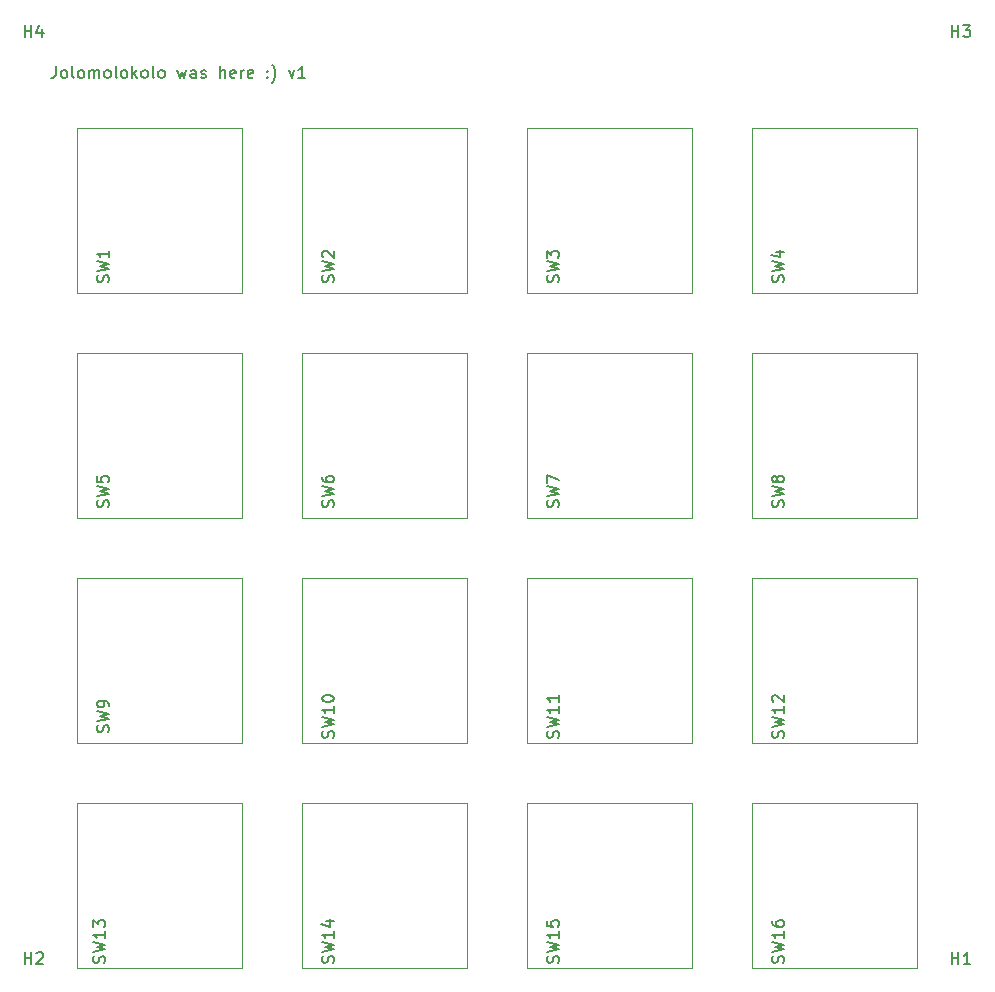
<source format=gbr>
%TF.GenerationSoftware,KiCad,Pcbnew,9.0.2*%
%TF.CreationDate,2025-06-30T11:30:22+02:00*%
%TF.ProjectId,HackPad,4861636b-5061-4642-9e6b-696361645f70,rev?*%
%TF.SameCoordinates,Original*%
%TF.FileFunction,Legend,Top*%
%TF.FilePolarity,Positive*%
%FSLAX46Y46*%
G04 Gerber Fmt 4.6, Leading zero omitted, Abs format (unit mm)*
G04 Created by KiCad (PCBNEW 9.0.2) date 2025-06-30 11:30:22*
%MOMM*%
%LPD*%
G01*
G04 APERTURE LIST*
%ADD10C,0.150000*%
%ADD11C,0.120000*%
G04 APERTURE END LIST*
D10*
X29322493Y-18769819D02*
X29322493Y-19484104D01*
X29322493Y-19484104D02*
X29274874Y-19626961D01*
X29274874Y-19626961D02*
X29179636Y-19722200D01*
X29179636Y-19722200D02*
X29036779Y-19769819D01*
X29036779Y-19769819D02*
X28941541Y-19769819D01*
X29941541Y-19769819D02*
X29846303Y-19722200D01*
X29846303Y-19722200D02*
X29798684Y-19674580D01*
X29798684Y-19674580D02*
X29751065Y-19579342D01*
X29751065Y-19579342D02*
X29751065Y-19293628D01*
X29751065Y-19293628D02*
X29798684Y-19198390D01*
X29798684Y-19198390D02*
X29846303Y-19150771D01*
X29846303Y-19150771D02*
X29941541Y-19103152D01*
X29941541Y-19103152D02*
X30084398Y-19103152D01*
X30084398Y-19103152D02*
X30179636Y-19150771D01*
X30179636Y-19150771D02*
X30227255Y-19198390D01*
X30227255Y-19198390D02*
X30274874Y-19293628D01*
X30274874Y-19293628D02*
X30274874Y-19579342D01*
X30274874Y-19579342D02*
X30227255Y-19674580D01*
X30227255Y-19674580D02*
X30179636Y-19722200D01*
X30179636Y-19722200D02*
X30084398Y-19769819D01*
X30084398Y-19769819D02*
X29941541Y-19769819D01*
X30846303Y-19769819D02*
X30751065Y-19722200D01*
X30751065Y-19722200D02*
X30703446Y-19626961D01*
X30703446Y-19626961D02*
X30703446Y-18769819D01*
X31370113Y-19769819D02*
X31274875Y-19722200D01*
X31274875Y-19722200D02*
X31227256Y-19674580D01*
X31227256Y-19674580D02*
X31179637Y-19579342D01*
X31179637Y-19579342D02*
X31179637Y-19293628D01*
X31179637Y-19293628D02*
X31227256Y-19198390D01*
X31227256Y-19198390D02*
X31274875Y-19150771D01*
X31274875Y-19150771D02*
X31370113Y-19103152D01*
X31370113Y-19103152D02*
X31512970Y-19103152D01*
X31512970Y-19103152D02*
X31608208Y-19150771D01*
X31608208Y-19150771D02*
X31655827Y-19198390D01*
X31655827Y-19198390D02*
X31703446Y-19293628D01*
X31703446Y-19293628D02*
X31703446Y-19579342D01*
X31703446Y-19579342D02*
X31655827Y-19674580D01*
X31655827Y-19674580D02*
X31608208Y-19722200D01*
X31608208Y-19722200D02*
X31512970Y-19769819D01*
X31512970Y-19769819D02*
X31370113Y-19769819D01*
X32132018Y-19769819D02*
X32132018Y-19103152D01*
X32132018Y-19198390D02*
X32179637Y-19150771D01*
X32179637Y-19150771D02*
X32274875Y-19103152D01*
X32274875Y-19103152D02*
X32417732Y-19103152D01*
X32417732Y-19103152D02*
X32512970Y-19150771D01*
X32512970Y-19150771D02*
X32560589Y-19246009D01*
X32560589Y-19246009D02*
X32560589Y-19769819D01*
X32560589Y-19246009D02*
X32608208Y-19150771D01*
X32608208Y-19150771D02*
X32703446Y-19103152D01*
X32703446Y-19103152D02*
X32846303Y-19103152D01*
X32846303Y-19103152D02*
X32941542Y-19150771D01*
X32941542Y-19150771D02*
X32989161Y-19246009D01*
X32989161Y-19246009D02*
X32989161Y-19769819D01*
X33608208Y-19769819D02*
X33512970Y-19722200D01*
X33512970Y-19722200D02*
X33465351Y-19674580D01*
X33465351Y-19674580D02*
X33417732Y-19579342D01*
X33417732Y-19579342D02*
X33417732Y-19293628D01*
X33417732Y-19293628D02*
X33465351Y-19198390D01*
X33465351Y-19198390D02*
X33512970Y-19150771D01*
X33512970Y-19150771D02*
X33608208Y-19103152D01*
X33608208Y-19103152D02*
X33751065Y-19103152D01*
X33751065Y-19103152D02*
X33846303Y-19150771D01*
X33846303Y-19150771D02*
X33893922Y-19198390D01*
X33893922Y-19198390D02*
X33941541Y-19293628D01*
X33941541Y-19293628D02*
X33941541Y-19579342D01*
X33941541Y-19579342D02*
X33893922Y-19674580D01*
X33893922Y-19674580D02*
X33846303Y-19722200D01*
X33846303Y-19722200D02*
X33751065Y-19769819D01*
X33751065Y-19769819D02*
X33608208Y-19769819D01*
X34512970Y-19769819D02*
X34417732Y-19722200D01*
X34417732Y-19722200D02*
X34370113Y-19626961D01*
X34370113Y-19626961D02*
X34370113Y-18769819D01*
X35036780Y-19769819D02*
X34941542Y-19722200D01*
X34941542Y-19722200D02*
X34893923Y-19674580D01*
X34893923Y-19674580D02*
X34846304Y-19579342D01*
X34846304Y-19579342D02*
X34846304Y-19293628D01*
X34846304Y-19293628D02*
X34893923Y-19198390D01*
X34893923Y-19198390D02*
X34941542Y-19150771D01*
X34941542Y-19150771D02*
X35036780Y-19103152D01*
X35036780Y-19103152D02*
X35179637Y-19103152D01*
X35179637Y-19103152D02*
X35274875Y-19150771D01*
X35274875Y-19150771D02*
X35322494Y-19198390D01*
X35322494Y-19198390D02*
X35370113Y-19293628D01*
X35370113Y-19293628D02*
X35370113Y-19579342D01*
X35370113Y-19579342D02*
X35322494Y-19674580D01*
X35322494Y-19674580D02*
X35274875Y-19722200D01*
X35274875Y-19722200D02*
X35179637Y-19769819D01*
X35179637Y-19769819D02*
X35036780Y-19769819D01*
X35798685Y-19769819D02*
X35798685Y-18769819D01*
X35893923Y-19388866D02*
X36179637Y-19769819D01*
X36179637Y-19103152D02*
X35798685Y-19484104D01*
X36751066Y-19769819D02*
X36655828Y-19722200D01*
X36655828Y-19722200D02*
X36608209Y-19674580D01*
X36608209Y-19674580D02*
X36560590Y-19579342D01*
X36560590Y-19579342D02*
X36560590Y-19293628D01*
X36560590Y-19293628D02*
X36608209Y-19198390D01*
X36608209Y-19198390D02*
X36655828Y-19150771D01*
X36655828Y-19150771D02*
X36751066Y-19103152D01*
X36751066Y-19103152D02*
X36893923Y-19103152D01*
X36893923Y-19103152D02*
X36989161Y-19150771D01*
X36989161Y-19150771D02*
X37036780Y-19198390D01*
X37036780Y-19198390D02*
X37084399Y-19293628D01*
X37084399Y-19293628D02*
X37084399Y-19579342D01*
X37084399Y-19579342D02*
X37036780Y-19674580D01*
X37036780Y-19674580D02*
X36989161Y-19722200D01*
X36989161Y-19722200D02*
X36893923Y-19769819D01*
X36893923Y-19769819D02*
X36751066Y-19769819D01*
X37655828Y-19769819D02*
X37560590Y-19722200D01*
X37560590Y-19722200D02*
X37512971Y-19626961D01*
X37512971Y-19626961D02*
X37512971Y-18769819D01*
X38179638Y-19769819D02*
X38084400Y-19722200D01*
X38084400Y-19722200D02*
X38036781Y-19674580D01*
X38036781Y-19674580D02*
X37989162Y-19579342D01*
X37989162Y-19579342D02*
X37989162Y-19293628D01*
X37989162Y-19293628D02*
X38036781Y-19198390D01*
X38036781Y-19198390D02*
X38084400Y-19150771D01*
X38084400Y-19150771D02*
X38179638Y-19103152D01*
X38179638Y-19103152D02*
X38322495Y-19103152D01*
X38322495Y-19103152D02*
X38417733Y-19150771D01*
X38417733Y-19150771D02*
X38465352Y-19198390D01*
X38465352Y-19198390D02*
X38512971Y-19293628D01*
X38512971Y-19293628D02*
X38512971Y-19579342D01*
X38512971Y-19579342D02*
X38465352Y-19674580D01*
X38465352Y-19674580D02*
X38417733Y-19722200D01*
X38417733Y-19722200D02*
X38322495Y-19769819D01*
X38322495Y-19769819D02*
X38179638Y-19769819D01*
X39608210Y-19103152D02*
X39798686Y-19769819D01*
X39798686Y-19769819D02*
X39989162Y-19293628D01*
X39989162Y-19293628D02*
X40179638Y-19769819D01*
X40179638Y-19769819D02*
X40370114Y-19103152D01*
X41179638Y-19769819D02*
X41179638Y-19246009D01*
X41179638Y-19246009D02*
X41132019Y-19150771D01*
X41132019Y-19150771D02*
X41036781Y-19103152D01*
X41036781Y-19103152D02*
X40846305Y-19103152D01*
X40846305Y-19103152D02*
X40751067Y-19150771D01*
X41179638Y-19722200D02*
X41084400Y-19769819D01*
X41084400Y-19769819D02*
X40846305Y-19769819D01*
X40846305Y-19769819D02*
X40751067Y-19722200D01*
X40751067Y-19722200D02*
X40703448Y-19626961D01*
X40703448Y-19626961D02*
X40703448Y-19531723D01*
X40703448Y-19531723D02*
X40751067Y-19436485D01*
X40751067Y-19436485D02*
X40846305Y-19388866D01*
X40846305Y-19388866D02*
X41084400Y-19388866D01*
X41084400Y-19388866D02*
X41179638Y-19341247D01*
X41608210Y-19722200D02*
X41703448Y-19769819D01*
X41703448Y-19769819D02*
X41893924Y-19769819D01*
X41893924Y-19769819D02*
X41989162Y-19722200D01*
X41989162Y-19722200D02*
X42036781Y-19626961D01*
X42036781Y-19626961D02*
X42036781Y-19579342D01*
X42036781Y-19579342D02*
X41989162Y-19484104D01*
X41989162Y-19484104D02*
X41893924Y-19436485D01*
X41893924Y-19436485D02*
X41751067Y-19436485D01*
X41751067Y-19436485D02*
X41655829Y-19388866D01*
X41655829Y-19388866D02*
X41608210Y-19293628D01*
X41608210Y-19293628D02*
X41608210Y-19246009D01*
X41608210Y-19246009D02*
X41655829Y-19150771D01*
X41655829Y-19150771D02*
X41751067Y-19103152D01*
X41751067Y-19103152D02*
X41893924Y-19103152D01*
X41893924Y-19103152D02*
X41989162Y-19150771D01*
X43227258Y-19769819D02*
X43227258Y-18769819D01*
X43655829Y-19769819D02*
X43655829Y-19246009D01*
X43655829Y-19246009D02*
X43608210Y-19150771D01*
X43608210Y-19150771D02*
X43512972Y-19103152D01*
X43512972Y-19103152D02*
X43370115Y-19103152D01*
X43370115Y-19103152D02*
X43274877Y-19150771D01*
X43274877Y-19150771D02*
X43227258Y-19198390D01*
X44512972Y-19722200D02*
X44417734Y-19769819D01*
X44417734Y-19769819D02*
X44227258Y-19769819D01*
X44227258Y-19769819D02*
X44132020Y-19722200D01*
X44132020Y-19722200D02*
X44084401Y-19626961D01*
X44084401Y-19626961D02*
X44084401Y-19246009D01*
X44084401Y-19246009D02*
X44132020Y-19150771D01*
X44132020Y-19150771D02*
X44227258Y-19103152D01*
X44227258Y-19103152D02*
X44417734Y-19103152D01*
X44417734Y-19103152D02*
X44512972Y-19150771D01*
X44512972Y-19150771D02*
X44560591Y-19246009D01*
X44560591Y-19246009D02*
X44560591Y-19341247D01*
X44560591Y-19341247D02*
X44084401Y-19436485D01*
X44989163Y-19769819D02*
X44989163Y-19103152D01*
X44989163Y-19293628D02*
X45036782Y-19198390D01*
X45036782Y-19198390D02*
X45084401Y-19150771D01*
X45084401Y-19150771D02*
X45179639Y-19103152D01*
X45179639Y-19103152D02*
X45274877Y-19103152D01*
X45989163Y-19722200D02*
X45893925Y-19769819D01*
X45893925Y-19769819D02*
X45703449Y-19769819D01*
X45703449Y-19769819D02*
X45608211Y-19722200D01*
X45608211Y-19722200D02*
X45560592Y-19626961D01*
X45560592Y-19626961D02*
X45560592Y-19246009D01*
X45560592Y-19246009D02*
X45608211Y-19150771D01*
X45608211Y-19150771D02*
X45703449Y-19103152D01*
X45703449Y-19103152D02*
X45893925Y-19103152D01*
X45893925Y-19103152D02*
X45989163Y-19150771D01*
X45989163Y-19150771D02*
X46036782Y-19246009D01*
X46036782Y-19246009D02*
X46036782Y-19341247D01*
X46036782Y-19341247D02*
X45560592Y-19436485D01*
X47227259Y-19674580D02*
X47274878Y-19722200D01*
X47274878Y-19722200D02*
X47227259Y-19769819D01*
X47227259Y-19769819D02*
X47179640Y-19722200D01*
X47179640Y-19722200D02*
X47227259Y-19674580D01*
X47227259Y-19674580D02*
X47227259Y-19769819D01*
X47227259Y-19150771D02*
X47274878Y-19198390D01*
X47274878Y-19198390D02*
X47227259Y-19246009D01*
X47227259Y-19246009D02*
X47179640Y-19198390D01*
X47179640Y-19198390D02*
X47227259Y-19150771D01*
X47227259Y-19150771D02*
X47227259Y-19246009D01*
X47608211Y-20150771D02*
X47655830Y-20103152D01*
X47655830Y-20103152D02*
X47751068Y-19960295D01*
X47751068Y-19960295D02*
X47798687Y-19865057D01*
X47798687Y-19865057D02*
X47846306Y-19722200D01*
X47846306Y-19722200D02*
X47893925Y-19484104D01*
X47893925Y-19484104D02*
X47893925Y-19293628D01*
X47893925Y-19293628D02*
X47846306Y-19055533D01*
X47846306Y-19055533D02*
X47798687Y-18912676D01*
X47798687Y-18912676D02*
X47751068Y-18817438D01*
X47751068Y-18817438D02*
X47655830Y-18674580D01*
X47655830Y-18674580D02*
X47608211Y-18626961D01*
X49036783Y-19103152D02*
X49274878Y-19769819D01*
X49274878Y-19769819D02*
X49512973Y-19103152D01*
X50417735Y-19769819D02*
X49846307Y-19769819D01*
X50132021Y-19769819D02*
X50132021Y-18769819D01*
X50132021Y-18769819D02*
X50036783Y-18912676D01*
X50036783Y-18912676D02*
X49941545Y-19007914D01*
X49941545Y-19007914D02*
X49846307Y-19055533D01*
X52794700Y-56102032D02*
X52842319Y-55959175D01*
X52842319Y-55959175D02*
X52842319Y-55721080D01*
X52842319Y-55721080D02*
X52794700Y-55625842D01*
X52794700Y-55625842D02*
X52747080Y-55578223D01*
X52747080Y-55578223D02*
X52651842Y-55530604D01*
X52651842Y-55530604D02*
X52556604Y-55530604D01*
X52556604Y-55530604D02*
X52461366Y-55578223D01*
X52461366Y-55578223D02*
X52413747Y-55625842D01*
X52413747Y-55625842D02*
X52366128Y-55721080D01*
X52366128Y-55721080D02*
X52318509Y-55911556D01*
X52318509Y-55911556D02*
X52270890Y-56006794D01*
X52270890Y-56006794D02*
X52223271Y-56054413D01*
X52223271Y-56054413D02*
X52128033Y-56102032D01*
X52128033Y-56102032D02*
X52032795Y-56102032D01*
X52032795Y-56102032D02*
X51937557Y-56054413D01*
X51937557Y-56054413D02*
X51889938Y-56006794D01*
X51889938Y-56006794D02*
X51842319Y-55911556D01*
X51842319Y-55911556D02*
X51842319Y-55673461D01*
X51842319Y-55673461D02*
X51889938Y-55530604D01*
X51842319Y-55197270D02*
X52842319Y-54959175D01*
X52842319Y-54959175D02*
X52128033Y-54768699D01*
X52128033Y-54768699D02*
X52842319Y-54578223D01*
X52842319Y-54578223D02*
X51842319Y-54340128D01*
X51842319Y-53530604D02*
X51842319Y-53721080D01*
X51842319Y-53721080D02*
X51889938Y-53816318D01*
X51889938Y-53816318D02*
X51937557Y-53863937D01*
X51937557Y-53863937D02*
X52080414Y-53959175D01*
X52080414Y-53959175D02*
X52270890Y-54006794D01*
X52270890Y-54006794D02*
X52651842Y-54006794D01*
X52651842Y-54006794D02*
X52747080Y-53959175D01*
X52747080Y-53959175D02*
X52794700Y-53911556D01*
X52794700Y-53911556D02*
X52842319Y-53816318D01*
X52842319Y-53816318D02*
X52842319Y-53625842D01*
X52842319Y-53625842D02*
X52794700Y-53530604D01*
X52794700Y-53530604D02*
X52747080Y-53482985D01*
X52747080Y-53482985D02*
X52651842Y-53435366D01*
X52651842Y-53435366D02*
X52413747Y-53435366D01*
X52413747Y-53435366D02*
X52318509Y-53482985D01*
X52318509Y-53482985D02*
X52270890Y-53530604D01*
X52270890Y-53530604D02*
X52223271Y-53625842D01*
X52223271Y-53625842D02*
X52223271Y-53816318D01*
X52223271Y-53816318D02*
X52270890Y-53911556D01*
X52270890Y-53911556D02*
X52318509Y-53959175D01*
X52318509Y-53959175D02*
X52413747Y-54006794D01*
X33427200Y-94678223D02*
X33474819Y-94535366D01*
X33474819Y-94535366D02*
X33474819Y-94297271D01*
X33474819Y-94297271D02*
X33427200Y-94202033D01*
X33427200Y-94202033D02*
X33379580Y-94154414D01*
X33379580Y-94154414D02*
X33284342Y-94106795D01*
X33284342Y-94106795D02*
X33189104Y-94106795D01*
X33189104Y-94106795D02*
X33093866Y-94154414D01*
X33093866Y-94154414D02*
X33046247Y-94202033D01*
X33046247Y-94202033D02*
X32998628Y-94297271D01*
X32998628Y-94297271D02*
X32951009Y-94487747D01*
X32951009Y-94487747D02*
X32903390Y-94582985D01*
X32903390Y-94582985D02*
X32855771Y-94630604D01*
X32855771Y-94630604D02*
X32760533Y-94678223D01*
X32760533Y-94678223D02*
X32665295Y-94678223D01*
X32665295Y-94678223D02*
X32570057Y-94630604D01*
X32570057Y-94630604D02*
X32522438Y-94582985D01*
X32522438Y-94582985D02*
X32474819Y-94487747D01*
X32474819Y-94487747D02*
X32474819Y-94249652D01*
X32474819Y-94249652D02*
X32522438Y-94106795D01*
X32474819Y-93773461D02*
X33474819Y-93535366D01*
X33474819Y-93535366D02*
X32760533Y-93344890D01*
X32760533Y-93344890D02*
X33474819Y-93154414D01*
X33474819Y-93154414D02*
X32474819Y-92916319D01*
X33474819Y-92011557D02*
X33474819Y-92582985D01*
X33474819Y-92297271D02*
X32474819Y-92297271D01*
X32474819Y-92297271D02*
X32617676Y-92392509D01*
X32617676Y-92392509D02*
X32712914Y-92487747D01*
X32712914Y-92487747D02*
X32760533Y-92582985D01*
X32474819Y-91678223D02*
X32474819Y-91059176D01*
X32474819Y-91059176D02*
X32855771Y-91392509D01*
X32855771Y-91392509D02*
X32855771Y-91249652D01*
X32855771Y-91249652D02*
X32903390Y-91154414D01*
X32903390Y-91154414D02*
X32951009Y-91106795D01*
X32951009Y-91106795D02*
X33046247Y-91059176D01*
X33046247Y-91059176D02*
X33284342Y-91059176D01*
X33284342Y-91059176D02*
X33379580Y-91106795D01*
X33379580Y-91106795D02*
X33427200Y-91154414D01*
X33427200Y-91154414D02*
X33474819Y-91249652D01*
X33474819Y-91249652D02*
X33474819Y-91535366D01*
X33474819Y-91535366D02*
X33427200Y-91630604D01*
X33427200Y-91630604D02*
X33379580Y-91678223D01*
X90894700Y-56102032D02*
X90942319Y-55959175D01*
X90942319Y-55959175D02*
X90942319Y-55721080D01*
X90942319Y-55721080D02*
X90894700Y-55625842D01*
X90894700Y-55625842D02*
X90847080Y-55578223D01*
X90847080Y-55578223D02*
X90751842Y-55530604D01*
X90751842Y-55530604D02*
X90656604Y-55530604D01*
X90656604Y-55530604D02*
X90561366Y-55578223D01*
X90561366Y-55578223D02*
X90513747Y-55625842D01*
X90513747Y-55625842D02*
X90466128Y-55721080D01*
X90466128Y-55721080D02*
X90418509Y-55911556D01*
X90418509Y-55911556D02*
X90370890Y-56006794D01*
X90370890Y-56006794D02*
X90323271Y-56054413D01*
X90323271Y-56054413D02*
X90228033Y-56102032D01*
X90228033Y-56102032D02*
X90132795Y-56102032D01*
X90132795Y-56102032D02*
X90037557Y-56054413D01*
X90037557Y-56054413D02*
X89989938Y-56006794D01*
X89989938Y-56006794D02*
X89942319Y-55911556D01*
X89942319Y-55911556D02*
X89942319Y-55673461D01*
X89942319Y-55673461D02*
X89989938Y-55530604D01*
X89942319Y-55197270D02*
X90942319Y-54959175D01*
X90942319Y-54959175D02*
X90228033Y-54768699D01*
X90228033Y-54768699D02*
X90942319Y-54578223D01*
X90942319Y-54578223D02*
X89942319Y-54340128D01*
X90370890Y-53816318D02*
X90323271Y-53911556D01*
X90323271Y-53911556D02*
X90275652Y-53959175D01*
X90275652Y-53959175D02*
X90180414Y-54006794D01*
X90180414Y-54006794D02*
X90132795Y-54006794D01*
X90132795Y-54006794D02*
X90037557Y-53959175D01*
X90037557Y-53959175D02*
X89989938Y-53911556D01*
X89989938Y-53911556D02*
X89942319Y-53816318D01*
X89942319Y-53816318D02*
X89942319Y-53625842D01*
X89942319Y-53625842D02*
X89989938Y-53530604D01*
X89989938Y-53530604D02*
X90037557Y-53482985D01*
X90037557Y-53482985D02*
X90132795Y-53435366D01*
X90132795Y-53435366D02*
X90180414Y-53435366D01*
X90180414Y-53435366D02*
X90275652Y-53482985D01*
X90275652Y-53482985D02*
X90323271Y-53530604D01*
X90323271Y-53530604D02*
X90370890Y-53625842D01*
X90370890Y-53625842D02*
X90370890Y-53816318D01*
X90370890Y-53816318D02*
X90418509Y-53911556D01*
X90418509Y-53911556D02*
X90466128Y-53959175D01*
X90466128Y-53959175D02*
X90561366Y-54006794D01*
X90561366Y-54006794D02*
X90751842Y-54006794D01*
X90751842Y-54006794D02*
X90847080Y-53959175D01*
X90847080Y-53959175D02*
X90894700Y-53911556D01*
X90894700Y-53911556D02*
X90942319Y-53816318D01*
X90942319Y-53816318D02*
X90942319Y-53625842D01*
X90942319Y-53625842D02*
X90894700Y-53530604D01*
X90894700Y-53530604D02*
X90847080Y-53482985D01*
X90847080Y-53482985D02*
X90751842Y-53435366D01*
X90751842Y-53435366D02*
X90561366Y-53435366D01*
X90561366Y-53435366D02*
X90466128Y-53482985D01*
X90466128Y-53482985D02*
X90418509Y-53530604D01*
X90418509Y-53530604D02*
X90370890Y-53625842D01*
X105163095Y-94786019D02*
X105163095Y-93786019D01*
X105163095Y-94262209D02*
X105734523Y-94262209D01*
X105734523Y-94786019D02*
X105734523Y-93786019D01*
X106734523Y-94786019D02*
X106163095Y-94786019D01*
X106448809Y-94786019D02*
X106448809Y-93786019D01*
X106448809Y-93786019D02*
X106353571Y-93928876D01*
X106353571Y-93928876D02*
X106258333Y-94024114D01*
X106258333Y-94024114D02*
X106163095Y-94071733D01*
X33744700Y-75152032D02*
X33792319Y-75009175D01*
X33792319Y-75009175D02*
X33792319Y-74771080D01*
X33792319Y-74771080D02*
X33744700Y-74675842D01*
X33744700Y-74675842D02*
X33697080Y-74628223D01*
X33697080Y-74628223D02*
X33601842Y-74580604D01*
X33601842Y-74580604D02*
X33506604Y-74580604D01*
X33506604Y-74580604D02*
X33411366Y-74628223D01*
X33411366Y-74628223D02*
X33363747Y-74675842D01*
X33363747Y-74675842D02*
X33316128Y-74771080D01*
X33316128Y-74771080D02*
X33268509Y-74961556D01*
X33268509Y-74961556D02*
X33220890Y-75056794D01*
X33220890Y-75056794D02*
X33173271Y-75104413D01*
X33173271Y-75104413D02*
X33078033Y-75152032D01*
X33078033Y-75152032D02*
X32982795Y-75152032D01*
X32982795Y-75152032D02*
X32887557Y-75104413D01*
X32887557Y-75104413D02*
X32839938Y-75056794D01*
X32839938Y-75056794D02*
X32792319Y-74961556D01*
X32792319Y-74961556D02*
X32792319Y-74723461D01*
X32792319Y-74723461D02*
X32839938Y-74580604D01*
X32792319Y-74247270D02*
X33792319Y-74009175D01*
X33792319Y-74009175D02*
X33078033Y-73818699D01*
X33078033Y-73818699D02*
X33792319Y-73628223D01*
X33792319Y-73628223D02*
X32792319Y-73390128D01*
X33792319Y-72961556D02*
X33792319Y-72771080D01*
X33792319Y-72771080D02*
X33744700Y-72675842D01*
X33744700Y-72675842D02*
X33697080Y-72628223D01*
X33697080Y-72628223D02*
X33554223Y-72532985D01*
X33554223Y-72532985D02*
X33363747Y-72485366D01*
X33363747Y-72485366D02*
X32982795Y-72485366D01*
X32982795Y-72485366D02*
X32887557Y-72532985D01*
X32887557Y-72532985D02*
X32839938Y-72580604D01*
X32839938Y-72580604D02*
X32792319Y-72675842D01*
X32792319Y-72675842D02*
X32792319Y-72866318D01*
X32792319Y-72866318D02*
X32839938Y-72961556D01*
X32839938Y-72961556D02*
X32887557Y-73009175D01*
X32887557Y-73009175D02*
X32982795Y-73056794D01*
X32982795Y-73056794D02*
X33220890Y-73056794D01*
X33220890Y-73056794D02*
X33316128Y-73009175D01*
X33316128Y-73009175D02*
X33363747Y-72961556D01*
X33363747Y-72961556D02*
X33411366Y-72866318D01*
X33411366Y-72866318D02*
X33411366Y-72675842D01*
X33411366Y-72675842D02*
X33363747Y-72580604D01*
X33363747Y-72580604D02*
X33316128Y-72532985D01*
X33316128Y-72532985D02*
X33220890Y-72485366D01*
X90894700Y-75628223D02*
X90942319Y-75485366D01*
X90942319Y-75485366D02*
X90942319Y-75247271D01*
X90942319Y-75247271D02*
X90894700Y-75152033D01*
X90894700Y-75152033D02*
X90847080Y-75104414D01*
X90847080Y-75104414D02*
X90751842Y-75056795D01*
X90751842Y-75056795D02*
X90656604Y-75056795D01*
X90656604Y-75056795D02*
X90561366Y-75104414D01*
X90561366Y-75104414D02*
X90513747Y-75152033D01*
X90513747Y-75152033D02*
X90466128Y-75247271D01*
X90466128Y-75247271D02*
X90418509Y-75437747D01*
X90418509Y-75437747D02*
X90370890Y-75532985D01*
X90370890Y-75532985D02*
X90323271Y-75580604D01*
X90323271Y-75580604D02*
X90228033Y-75628223D01*
X90228033Y-75628223D02*
X90132795Y-75628223D01*
X90132795Y-75628223D02*
X90037557Y-75580604D01*
X90037557Y-75580604D02*
X89989938Y-75532985D01*
X89989938Y-75532985D02*
X89942319Y-75437747D01*
X89942319Y-75437747D02*
X89942319Y-75199652D01*
X89942319Y-75199652D02*
X89989938Y-75056795D01*
X89942319Y-74723461D02*
X90942319Y-74485366D01*
X90942319Y-74485366D02*
X90228033Y-74294890D01*
X90228033Y-74294890D02*
X90942319Y-74104414D01*
X90942319Y-74104414D02*
X89942319Y-73866319D01*
X90942319Y-72961557D02*
X90942319Y-73532985D01*
X90942319Y-73247271D02*
X89942319Y-73247271D01*
X89942319Y-73247271D02*
X90085176Y-73342509D01*
X90085176Y-73342509D02*
X90180414Y-73437747D01*
X90180414Y-73437747D02*
X90228033Y-73532985D01*
X90037557Y-72580604D02*
X89989938Y-72532985D01*
X89989938Y-72532985D02*
X89942319Y-72437747D01*
X89942319Y-72437747D02*
X89942319Y-72199652D01*
X89942319Y-72199652D02*
X89989938Y-72104414D01*
X89989938Y-72104414D02*
X90037557Y-72056795D01*
X90037557Y-72056795D02*
X90132795Y-72009176D01*
X90132795Y-72009176D02*
X90228033Y-72009176D01*
X90228033Y-72009176D02*
X90370890Y-72056795D01*
X90370890Y-72056795D02*
X90942319Y-72628223D01*
X90942319Y-72628223D02*
X90942319Y-72009176D01*
X33744700Y-37052032D02*
X33792319Y-36909175D01*
X33792319Y-36909175D02*
X33792319Y-36671080D01*
X33792319Y-36671080D02*
X33744700Y-36575842D01*
X33744700Y-36575842D02*
X33697080Y-36528223D01*
X33697080Y-36528223D02*
X33601842Y-36480604D01*
X33601842Y-36480604D02*
X33506604Y-36480604D01*
X33506604Y-36480604D02*
X33411366Y-36528223D01*
X33411366Y-36528223D02*
X33363747Y-36575842D01*
X33363747Y-36575842D02*
X33316128Y-36671080D01*
X33316128Y-36671080D02*
X33268509Y-36861556D01*
X33268509Y-36861556D02*
X33220890Y-36956794D01*
X33220890Y-36956794D02*
X33173271Y-37004413D01*
X33173271Y-37004413D02*
X33078033Y-37052032D01*
X33078033Y-37052032D02*
X32982795Y-37052032D01*
X32982795Y-37052032D02*
X32887557Y-37004413D01*
X32887557Y-37004413D02*
X32839938Y-36956794D01*
X32839938Y-36956794D02*
X32792319Y-36861556D01*
X32792319Y-36861556D02*
X32792319Y-36623461D01*
X32792319Y-36623461D02*
X32839938Y-36480604D01*
X32792319Y-36147270D02*
X33792319Y-35909175D01*
X33792319Y-35909175D02*
X33078033Y-35718699D01*
X33078033Y-35718699D02*
X33792319Y-35528223D01*
X33792319Y-35528223D02*
X32792319Y-35290128D01*
X33792319Y-34385366D02*
X33792319Y-34956794D01*
X33792319Y-34671080D02*
X32792319Y-34671080D01*
X32792319Y-34671080D02*
X32935176Y-34766318D01*
X32935176Y-34766318D02*
X33030414Y-34861556D01*
X33030414Y-34861556D02*
X33078033Y-34956794D01*
X90894700Y-37052032D02*
X90942319Y-36909175D01*
X90942319Y-36909175D02*
X90942319Y-36671080D01*
X90942319Y-36671080D02*
X90894700Y-36575842D01*
X90894700Y-36575842D02*
X90847080Y-36528223D01*
X90847080Y-36528223D02*
X90751842Y-36480604D01*
X90751842Y-36480604D02*
X90656604Y-36480604D01*
X90656604Y-36480604D02*
X90561366Y-36528223D01*
X90561366Y-36528223D02*
X90513747Y-36575842D01*
X90513747Y-36575842D02*
X90466128Y-36671080D01*
X90466128Y-36671080D02*
X90418509Y-36861556D01*
X90418509Y-36861556D02*
X90370890Y-36956794D01*
X90370890Y-36956794D02*
X90323271Y-37004413D01*
X90323271Y-37004413D02*
X90228033Y-37052032D01*
X90228033Y-37052032D02*
X90132795Y-37052032D01*
X90132795Y-37052032D02*
X90037557Y-37004413D01*
X90037557Y-37004413D02*
X89989938Y-36956794D01*
X89989938Y-36956794D02*
X89942319Y-36861556D01*
X89942319Y-36861556D02*
X89942319Y-36623461D01*
X89942319Y-36623461D02*
X89989938Y-36480604D01*
X89942319Y-36147270D02*
X90942319Y-35909175D01*
X90942319Y-35909175D02*
X90228033Y-35718699D01*
X90228033Y-35718699D02*
X90942319Y-35528223D01*
X90942319Y-35528223D02*
X89942319Y-35290128D01*
X90275652Y-34480604D02*
X90942319Y-34480604D01*
X89894700Y-34718699D02*
X90608985Y-34956794D01*
X90608985Y-34956794D02*
X90608985Y-34337747D01*
X71844700Y-37052032D02*
X71892319Y-36909175D01*
X71892319Y-36909175D02*
X71892319Y-36671080D01*
X71892319Y-36671080D02*
X71844700Y-36575842D01*
X71844700Y-36575842D02*
X71797080Y-36528223D01*
X71797080Y-36528223D02*
X71701842Y-36480604D01*
X71701842Y-36480604D02*
X71606604Y-36480604D01*
X71606604Y-36480604D02*
X71511366Y-36528223D01*
X71511366Y-36528223D02*
X71463747Y-36575842D01*
X71463747Y-36575842D02*
X71416128Y-36671080D01*
X71416128Y-36671080D02*
X71368509Y-36861556D01*
X71368509Y-36861556D02*
X71320890Y-36956794D01*
X71320890Y-36956794D02*
X71273271Y-37004413D01*
X71273271Y-37004413D02*
X71178033Y-37052032D01*
X71178033Y-37052032D02*
X71082795Y-37052032D01*
X71082795Y-37052032D02*
X70987557Y-37004413D01*
X70987557Y-37004413D02*
X70939938Y-36956794D01*
X70939938Y-36956794D02*
X70892319Y-36861556D01*
X70892319Y-36861556D02*
X70892319Y-36623461D01*
X70892319Y-36623461D02*
X70939938Y-36480604D01*
X70892319Y-36147270D02*
X71892319Y-35909175D01*
X71892319Y-35909175D02*
X71178033Y-35718699D01*
X71178033Y-35718699D02*
X71892319Y-35528223D01*
X71892319Y-35528223D02*
X70892319Y-35290128D01*
X70892319Y-35004413D02*
X70892319Y-34385366D01*
X70892319Y-34385366D02*
X71273271Y-34718699D01*
X71273271Y-34718699D02*
X71273271Y-34575842D01*
X71273271Y-34575842D02*
X71320890Y-34480604D01*
X71320890Y-34480604D02*
X71368509Y-34432985D01*
X71368509Y-34432985D02*
X71463747Y-34385366D01*
X71463747Y-34385366D02*
X71701842Y-34385366D01*
X71701842Y-34385366D02*
X71797080Y-34432985D01*
X71797080Y-34432985D02*
X71844700Y-34480604D01*
X71844700Y-34480604D02*
X71892319Y-34575842D01*
X71892319Y-34575842D02*
X71892319Y-34861556D01*
X71892319Y-34861556D02*
X71844700Y-34956794D01*
X71844700Y-34956794D02*
X71797080Y-35004413D01*
X71844700Y-94678223D02*
X71892319Y-94535366D01*
X71892319Y-94535366D02*
X71892319Y-94297271D01*
X71892319Y-94297271D02*
X71844700Y-94202033D01*
X71844700Y-94202033D02*
X71797080Y-94154414D01*
X71797080Y-94154414D02*
X71701842Y-94106795D01*
X71701842Y-94106795D02*
X71606604Y-94106795D01*
X71606604Y-94106795D02*
X71511366Y-94154414D01*
X71511366Y-94154414D02*
X71463747Y-94202033D01*
X71463747Y-94202033D02*
X71416128Y-94297271D01*
X71416128Y-94297271D02*
X71368509Y-94487747D01*
X71368509Y-94487747D02*
X71320890Y-94582985D01*
X71320890Y-94582985D02*
X71273271Y-94630604D01*
X71273271Y-94630604D02*
X71178033Y-94678223D01*
X71178033Y-94678223D02*
X71082795Y-94678223D01*
X71082795Y-94678223D02*
X70987557Y-94630604D01*
X70987557Y-94630604D02*
X70939938Y-94582985D01*
X70939938Y-94582985D02*
X70892319Y-94487747D01*
X70892319Y-94487747D02*
X70892319Y-94249652D01*
X70892319Y-94249652D02*
X70939938Y-94106795D01*
X70892319Y-93773461D02*
X71892319Y-93535366D01*
X71892319Y-93535366D02*
X71178033Y-93344890D01*
X71178033Y-93344890D02*
X71892319Y-93154414D01*
X71892319Y-93154414D02*
X70892319Y-92916319D01*
X71892319Y-92011557D02*
X71892319Y-92582985D01*
X71892319Y-92297271D02*
X70892319Y-92297271D01*
X70892319Y-92297271D02*
X71035176Y-92392509D01*
X71035176Y-92392509D02*
X71130414Y-92487747D01*
X71130414Y-92487747D02*
X71178033Y-92582985D01*
X70892319Y-91106795D02*
X70892319Y-91582985D01*
X70892319Y-91582985D02*
X71368509Y-91630604D01*
X71368509Y-91630604D02*
X71320890Y-91582985D01*
X71320890Y-91582985D02*
X71273271Y-91487747D01*
X71273271Y-91487747D02*
X71273271Y-91249652D01*
X71273271Y-91249652D02*
X71320890Y-91154414D01*
X71320890Y-91154414D02*
X71368509Y-91106795D01*
X71368509Y-91106795D02*
X71463747Y-91059176D01*
X71463747Y-91059176D02*
X71701842Y-91059176D01*
X71701842Y-91059176D02*
X71797080Y-91106795D01*
X71797080Y-91106795D02*
X71844700Y-91154414D01*
X71844700Y-91154414D02*
X71892319Y-91249652D01*
X71892319Y-91249652D02*
X71892319Y-91487747D01*
X71892319Y-91487747D02*
X71844700Y-91582985D01*
X71844700Y-91582985D02*
X71797080Y-91630604D01*
X90894700Y-94678223D02*
X90942319Y-94535366D01*
X90942319Y-94535366D02*
X90942319Y-94297271D01*
X90942319Y-94297271D02*
X90894700Y-94202033D01*
X90894700Y-94202033D02*
X90847080Y-94154414D01*
X90847080Y-94154414D02*
X90751842Y-94106795D01*
X90751842Y-94106795D02*
X90656604Y-94106795D01*
X90656604Y-94106795D02*
X90561366Y-94154414D01*
X90561366Y-94154414D02*
X90513747Y-94202033D01*
X90513747Y-94202033D02*
X90466128Y-94297271D01*
X90466128Y-94297271D02*
X90418509Y-94487747D01*
X90418509Y-94487747D02*
X90370890Y-94582985D01*
X90370890Y-94582985D02*
X90323271Y-94630604D01*
X90323271Y-94630604D02*
X90228033Y-94678223D01*
X90228033Y-94678223D02*
X90132795Y-94678223D01*
X90132795Y-94678223D02*
X90037557Y-94630604D01*
X90037557Y-94630604D02*
X89989938Y-94582985D01*
X89989938Y-94582985D02*
X89942319Y-94487747D01*
X89942319Y-94487747D02*
X89942319Y-94249652D01*
X89942319Y-94249652D02*
X89989938Y-94106795D01*
X89942319Y-93773461D02*
X90942319Y-93535366D01*
X90942319Y-93535366D02*
X90228033Y-93344890D01*
X90228033Y-93344890D02*
X90942319Y-93154414D01*
X90942319Y-93154414D02*
X89942319Y-92916319D01*
X90942319Y-92011557D02*
X90942319Y-92582985D01*
X90942319Y-92297271D02*
X89942319Y-92297271D01*
X89942319Y-92297271D02*
X90085176Y-92392509D01*
X90085176Y-92392509D02*
X90180414Y-92487747D01*
X90180414Y-92487747D02*
X90228033Y-92582985D01*
X89942319Y-91154414D02*
X89942319Y-91344890D01*
X89942319Y-91344890D02*
X89989938Y-91440128D01*
X89989938Y-91440128D02*
X90037557Y-91487747D01*
X90037557Y-91487747D02*
X90180414Y-91582985D01*
X90180414Y-91582985D02*
X90370890Y-91630604D01*
X90370890Y-91630604D02*
X90751842Y-91630604D01*
X90751842Y-91630604D02*
X90847080Y-91582985D01*
X90847080Y-91582985D02*
X90894700Y-91535366D01*
X90894700Y-91535366D02*
X90942319Y-91440128D01*
X90942319Y-91440128D02*
X90942319Y-91249652D01*
X90942319Y-91249652D02*
X90894700Y-91154414D01*
X90894700Y-91154414D02*
X90847080Y-91106795D01*
X90847080Y-91106795D02*
X90751842Y-91059176D01*
X90751842Y-91059176D02*
X90513747Y-91059176D01*
X90513747Y-91059176D02*
X90418509Y-91106795D01*
X90418509Y-91106795D02*
X90370890Y-91154414D01*
X90370890Y-91154414D02*
X90323271Y-91249652D01*
X90323271Y-91249652D02*
X90323271Y-91440128D01*
X90323271Y-91440128D02*
X90370890Y-91535366D01*
X90370890Y-91535366D02*
X90418509Y-91582985D01*
X90418509Y-91582985D02*
X90513747Y-91630604D01*
X52794700Y-37052032D02*
X52842319Y-36909175D01*
X52842319Y-36909175D02*
X52842319Y-36671080D01*
X52842319Y-36671080D02*
X52794700Y-36575842D01*
X52794700Y-36575842D02*
X52747080Y-36528223D01*
X52747080Y-36528223D02*
X52651842Y-36480604D01*
X52651842Y-36480604D02*
X52556604Y-36480604D01*
X52556604Y-36480604D02*
X52461366Y-36528223D01*
X52461366Y-36528223D02*
X52413747Y-36575842D01*
X52413747Y-36575842D02*
X52366128Y-36671080D01*
X52366128Y-36671080D02*
X52318509Y-36861556D01*
X52318509Y-36861556D02*
X52270890Y-36956794D01*
X52270890Y-36956794D02*
X52223271Y-37004413D01*
X52223271Y-37004413D02*
X52128033Y-37052032D01*
X52128033Y-37052032D02*
X52032795Y-37052032D01*
X52032795Y-37052032D02*
X51937557Y-37004413D01*
X51937557Y-37004413D02*
X51889938Y-36956794D01*
X51889938Y-36956794D02*
X51842319Y-36861556D01*
X51842319Y-36861556D02*
X51842319Y-36623461D01*
X51842319Y-36623461D02*
X51889938Y-36480604D01*
X51842319Y-36147270D02*
X52842319Y-35909175D01*
X52842319Y-35909175D02*
X52128033Y-35718699D01*
X52128033Y-35718699D02*
X52842319Y-35528223D01*
X52842319Y-35528223D02*
X51842319Y-35290128D01*
X51937557Y-34956794D02*
X51889938Y-34909175D01*
X51889938Y-34909175D02*
X51842319Y-34813937D01*
X51842319Y-34813937D02*
X51842319Y-34575842D01*
X51842319Y-34575842D02*
X51889938Y-34480604D01*
X51889938Y-34480604D02*
X51937557Y-34432985D01*
X51937557Y-34432985D02*
X52032795Y-34385366D01*
X52032795Y-34385366D02*
X52128033Y-34385366D01*
X52128033Y-34385366D02*
X52270890Y-34432985D01*
X52270890Y-34432985D02*
X52842319Y-35004413D01*
X52842319Y-35004413D02*
X52842319Y-34385366D01*
X52794700Y-94678223D02*
X52842319Y-94535366D01*
X52842319Y-94535366D02*
X52842319Y-94297271D01*
X52842319Y-94297271D02*
X52794700Y-94202033D01*
X52794700Y-94202033D02*
X52747080Y-94154414D01*
X52747080Y-94154414D02*
X52651842Y-94106795D01*
X52651842Y-94106795D02*
X52556604Y-94106795D01*
X52556604Y-94106795D02*
X52461366Y-94154414D01*
X52461366Y-94154414D02*
X52413747Y-94202033D01*
X52413747Y-94202033D02*
X52366128Y-94297271D01*
X52366128Y-94297271D02*
X52318509Y-94487747D01*
X52318509Y-94487747D02*
X52270890Y-94582985D01*
X52270890Y-94582985D02*
X52223271Y-94630604D01*
X52223271Y-94630604D02*
X52128033Y-94678223D01*
X52128033Y-94678223D02*
X52032795Y-94678223D01*
X52032795Y-94678223D02*
X51937557Y-94630604D01*
X51937557Y-94630604D02*
X51889938Y-94582985D01*
X51889938Y-94582985D02*
X51842319Y-94487747D01*
X51842319Y-94487747D02*
X51842319Y-94249652D01*
X51842319Y-94249652D02*
X51889938Y-94106795D01*
X51842319Y-93773461D02*
X52842319Y-93535366D01*
X52842319Y-93535366D02*
X52128033Y-93344890D01*
X52128033Y-93344890D02*
X52842319Y-93154414D01*
X52842319Y-93154414D02*
X51842319Y-92916319D01*
X52842319Y-92011557D02*
X52842319Y-92582985D01*
X52842319Y-92297271D02*
X51842319Y-92297271D01*
X51842319Y-92297271D02*
X51985176Y-92392509D01*
X51985176Y-92392509D02*
X52080414Y-92487747D01*
X52080414Y-92487747D02*
X52128033Y-92582985D01*
X52175652Y-91154414D02*
X52842319Y-91154414D01*
X51794700Y-91392509D02*
X52508985Y-91630604D01*
X52508985Y-91630604D02*
X52508985Y-91011557D01*
X26663095Y-94786019D02*
X26663095Y-93786019D01*
X26663095Y-94262209D02*
X27234523Y-94262209D01*
X27234523Y-94786019D02*
X27234523Y-93786019D01*
X27663095Y-93881257D02*
X27710714Y-93833638D01*
X27710714Y-93833638D02*
X27805952Y-93786019D01*
X27805952Y-93786019D02*
X28044047Y-93786019D01*
X28044047Y-93786019D02*
X28139285Y-93833638D01*
X28139285Y-93833638D02*
X28186904Y-93881257D01*
X28186904Y-93881257D02*
X28234523Y-93976495D01*
X28234523Y-93976495D02*
X28234523Y-94071733D01*
X28234523Y-94071733D02*
X28186904Y-94214590D01*
X28186904Y-94214590D02*
X27615476Y-94786019D01*
X27615476Y-94786019D02*
X28234523Y-94786019D01*
X26663095Y-16286019D02*
X26663095Y-15286019D01*
X26663095Y-15762209D02*
X27234523Y-15762209D01*
X27234523Y-16286019D02*
X27234523Y-15286019D01*
X28139285Y-15619352D02*
X28139285Y-16286019D01*
X27901190Y-15238400D02*
X27663095Y-15952685D01*
X27663095Y-15952685D02*
X28282142Y-15952685D01*
X71844700Y-56102032D02*
X71892319Y-55959175D01*
X71892319Y-55959175D02*
X71892319Y-55721080D01*
X71892319Y-55721080D02*
X71844700Y-55625842D01*
X71844700Y-55625842D02*
X71797080Y-55578223D01*
X71797080Y-55578223D02*
X71701842Y-55530604D01*
X71701842Y-55530604D02*
X71606604Y-55530604D01*
X71606604Y-55530604D02*
X71511366Y-55578223D01*
X71511366Y-55578223D02*
X71463747Y-55625842D01*
X71463747Y-55625842D02*
X71416128Y-55721080D01*
X71416128Y-55721080D02*
X71368509Y-55911556D01*
X71368509Y-55911556D02*
X71320890Y-56006794D01*
X71320890Y-56006794D02*
X71273271Y-56054413D01*
X71273271Y-56054413D02*
X71178033Y-56102032D01*
X71178033Y-56102032D02*
X71082795Y-56102032D01*
X71082795Y-56102032D02*
X70987557Y-56054413D01*
X70987557Y-56054413D02*
X70939938Y-56006794D01*
X70939938Y-56006794D02*
X70892319Y-55911556D01*
X70892319Y-55911556D02*
X70892319Y-55673461D01*
X70892319Y-55673461D02*
X70939938Y-55530604D01*
X70892319Y-55197270D02*
X71892319Y-54959175D01*
X71892319Y-54959175D02*
X71178033Y-54768699D01*
X71178033Y-54768699D02*
X71892319Y-54578223D01*
X71892319Y-54578223D02*
X70892319Y-54340128D01*
X70892319Y-54054413D02*
X70892319Y-53387747D01*
X70892319Y-53387747D02*
X71892319Y-53816318D01*
X33744700Y-56102032D02*
X33792319Y-55959175D01*
X33792319Y-55959175D02*
X33792319Y-55721080D01*
X33792319Y-55721080D02*
X33744700Y-55625842D01*
X33744700Y-55625842D02*
X33697080Y-55578223D01*
X33697080Y-55578223D02*
X33601842Y-55530604D01*
X33601842Y-55530604D02*
X33506604Y-55530604D01*
X33506604Y-55530604D02*
X33411366Y-55578223D01*
X33411366Y-55578223D02*
X33363747Y-55625842D01*
X33363747Y-55625842D02*
X33316128Y-55721080D01*
X33316128Y-55721080D02*
X33268509Y-55911556D01*
X33268509Y-55911556D02*
X33220890Y-56006794D01*
X33220890Y-56006794D02*
X33173271Y-56054413D01*
X33173271Y-56054413D02*
X33078033Y-56102032D01*
X33078033Y-56102032D02*
X32982795Y-56102032D01*
X32982795Y-56102032D02*
X32887557Y-56054413D01*
X32887557Y-56054413D02*
X32839938Y-56006794D01*
X32839938Y-56006794D02*
X32792319Y-55911556D01*
X32792319Y-55911556D02*
X32792319Y-55673461D01*
X32792319Y-55673461D02*
X32839938Y-55530604D01*
X32792319Y-55197270D02*
X33792319Y-54959175D01*
X33792319Y-54959175D02*
X33078033Y-54768699D01*
X33078033Y-54768699D02*
X33792319Y-54578223D01*
X33792319Y-54578223D02*
X32792319Y-54340128D01*
X32792319Y-53482985D02*
X32792319Y-53959175D01*
X32792319Y-53959175D02*
X33268509Y-54006794D01*
X33268509Y-54006794D02*
X33220890Y-53959175D01*
X33220890Y-53959175D02*
X33173271Y-53863937D01*
X33173271Y-53863937D02*
X33173271Y-53625842D01*
X33173271Y-53625842D02*
X33220890Y-53530604D01*
X33220890Y-53530604D02*
X33268509Y-53482985D01*
X33268509Y-53482985D02*
X33363747Y-53435366D01*
X33363747Y-53435366D02*
X33601842Y-53435366D01*
X33601842Y-53435366D02*
X33697080Y-53482985D01*
X33697080Y-53482985D02*
X33744700Y-53530604D01*
X33744700Y-53530604D02*
X33792319Y-53625842D01*
X33792319Y-53625842D02*
X33792319Y-53863937D01*
X33792319Y-53863937D02*
X33744700Y-53959175D01*
X33744700Y-53959175D02*
X33697080Y-54006794D01*
X105163095Y-16286019D02*
X105163095Y-15286019D01*
X105163095Y-15762209D02*
X105734523Y-15762209D01*
X105734523Y-16286019D02*
X105734523Y-15286019D01*
X106115476Y-15286019D02*
X106734523Y-15286019D01*
X106734523Y-15286019D02*
X106401190Y-15666971D01*
X106401190Y-15666971D02*
X106544047Y-15666971D01*
X106544047Y-15666971D02*
X106639285Y-15714590D01*
X106639285Y-15714590D02*
X106686904Y-15762209D01*
X106686904Y-15762209D02*
X106734523Y-15857447D01*
X106734523Y-15857447D02*
X106734523Y-16095542D01*
X106734523Y-16095542D02*
X106686904Y-16190780D01*
X106686904Y-16190780D02*
X106639285Y-16238400D01*
X106639285Y-16238400D02*
X106544047Y-16286019D01*
X106544047Y-16286019D02*
X106258333Y-16286019D01*
X106258333Y-16286019D02*
X106163095Y-16238400D01*
X106163095Y-16238400D02*
X106115476Y-16190780D01*
X71844700Y-75628223D02*
X71892319Y-75485366D01*
X71892319Y-75485366D02*
X71892319Y-75247271D01*
X71892319Y-75247271D02*
X71844700Y-75152033D01*
X71844700Y-75152033D02*
X71797080Y-75104414D01*
X71797080Y-75104414D02*
X71701842Y-75056795D01*
X71701842Y-75056795D02*
X71606604Y-75056795D01*
X71606604Y-75056795D02*
X71511366Y-75104414D01*
X71511366Y-75104414D02*
X71463747Y-75152033D01*
X71463747Y-75152033D02*
X71416128Y-75247271D01*
X71416128Y-75247271D02*
X71368509Y-75437747D01*
X71368509Y-75437747D02*
X71320890Y-75532985D01*
X71320890Y-75532985D02*
X71273271Y-75580604D01*
X71273271Y-75580604D02*
X71178033Y-75628223D01*
X71178033Y-75628223D02*
X71082795Y-75628223D01*
X71082795Y-75628223D02*
X70987557Y-75580604D01*
X70987557Y-75580604D02*
X70939938Y-75532985D01*
X70939938Y-75532985D02*
X70892319Y-75437747D01*
X70892319Y-75437747D02*
X70892319Y-75199652D01*
X70892319Y-75199652D02*
X70939938Y-75056795D01*
X70892319Y-74723461D02*
X71892319Y-74485366D01*
X71892319Y-74485366D02*
X71178033Y-74294890D01*
X71178033Y-74294890D02*
X71892319Y-74104414D01*
X71892319Y-74104414D02*
X70892319Y-73866319D01*
X71892319Y-72961557D02*
X71892319Y-73532985D01*
X71892319Y-73247271D02*
X70892319Y-73247271D01*
X70892319Y-73247271D02*
X71035176Y-73342509D01*
X71035176Y-73342509D02*
X71130414Y-73437747D01*
X71130414Y-73437747D02*
X71178033Y-73532985D01*
X71892319Y-72009176D02*
X71892319Y-72580604D01*
X71892319Y-72294890D02*
X70892319Y-72294890D01*
X70892319Y-72294890D02*
X71035176Y-72390128D01*
X71035176Y-72390128D02*
X71130414Y-72485366D01*
X71130414Y-72485366D02*
X71178033Y-72580604D01*
X52794700Y-75628223D02*
X52842319Y-75485366D01*
X52842319Y-75485366D02*
X52842319Y-75247271D01*
X52842319Y-75247271D02*
X52794700Y-75152033D01*
X52794700Y-75152033D02*
X52747080Y-75104414D01*
X52747080Y-75104414D02*
X52651842Y-75056795D01*
X52651842Y-75056795D02*
X52556604Y-75056795D01*
X52556604Y-75056795D02*
X52461366Y-75104414D01*
X52461366Y-75104414D02*
X52413747Y-75152033D01*
X52413747Y-75152033D02*
X52366128Y-75247271D01*
X52366128Y-75247271D02*
X52318509Y-75437747D01*
X52318509Y-75437747D02*
X52270890Y-75532985D01*
X52270890Y-75532985D02*
X52223271Y-75580604D01*
X52223271Y-75580604D02*
X52128033Y-75628223D01*
X52128033Y-75628223D02*
X52032795Y-75628223D01*
X52032795Y-75628223D02*
X51937557Y-75580604D01*
X51937557Y-75580604D02*
X51889938Y-75532985D01*
X51889938Y-75532985D02*
X51842319Y-75437747D01*
X51842319Y-75437747D02*
X51842319Y-75199652D01*
X51842319Y-75199652D02*
X51889938Y-75056795D01*
X51842319Y-74723461D02*
X52842319Y-74485366D01*
X52842319Y-74485366D02*
X52128033Y-74294890D01*
X52128033Y-74294890D02*
X52842319Y-74104414D01*
X52842319Y-74104414D02*
X51842319Y-73866319D01*
X52842319Y-72961557D02*
X52842319Y-73532985D01*
X52842319Y-73247271D02*
X51842319Y-73247271D01*
X51842319Y-73247271D02*
X51985176Y-73342509D01*
X51985176Y-73342509D02*
X52080414Y-73437747D01*
X52080414Y-73437747D02*
X52128033Y-73532985D01*
X51842319Y-72342509D02*
X51842319Y-72247271D01*
X51842319Y-72247271D02*
X51889938Y-72152033D01*
X51889938Y-72152033D02*
X51937557Y-72104414D01*
X51937557Y-72104414D02*
X52032795Y-72056795D01*
X52032795Y-72056795D02*
X52223271Y-72009176D01*
X52223271Y-72009176D02*
X52461366Y-72009176D01*
X52461366Y-72009176D02*
X52651842Y-72056795D01*
X52651842Y-72056795D02*
X52747080Y-72104414D01*
X52747080Y-72104414D02*
X52794700Y-72152033D01*
X52794700Y-72152033D02*
X52842319Y-72247271D01*
X52842319Y-72247271D02*
X52842319Y-72342509D01*
X52842319Y-72342509D02*
X52794700Y-72437747D01*
X52794700Y-72437747D02*
X52747080Y-72485366D01*
X52747080Y-72485366D02*
X52651842Y-72532985D01*
X52651842Y-72532985D02*
X52461366Y-72580604D01*
X52461366Y-72580604D02*
X52223271Y-72580604D01*
X52223271Y-72580604D02*
X52032795Y-72532985D01*
X52032795Y-72532985D02*
X51937557Y-72485366D01*
X51937557Y-72485366D02*
X51889938Y-72437747D01*
X51889938Y-72437747D02*
X51842319Y-72342509D01*
D11*
%TO.C,SW6*%
X50165000Y-43021200D02*
X64135000Y-43021200D01*
X50165000Y-56991200D02*
X50165000Y-43021200D01*
X64135000Y-43021200D02*
X64135000Y-56991200D01*
X64135000Y-56991200D02*
X50165000Y-56991200D01*
%TO.C,SW13*%
X31115000Y-81121200D02*
X45085000Y-81121200D01*
X31115000Y-95091200D02*
X31115000Y-81121200D01*
X45085000Y-81121200D02*
X45085000Y-95091200D01*
X45085000Y-95091200D02*
X31115000Y-95091200D01*
%TO.C,SW8*%
X88265000Y-43021200D02*
X102235000Y-43021200D01*
X88265000Y-56991200D02*
X88265000Y-43021200D01*
X102235000Y-43021200D02*
X102235000Y-56991200D01*
X102235000Y-56991200D02*
X88265000Y-56991200D01*
%TO.C,SW9*%
X31115000Y-62071200D02*
X45085000Y-62071200D01*
X31115000Y-76041200D02*
X31115000Y-62071200D01*
X45085000Y-62071200D02*
X45085000Y-76041200D01*
X45085000Y-76041200D02*
X31115000Y-76041200D01*
%TO.C,SW12*%
X88265000Y-62071200D02*
X102235000Y-62071200D01*
X88265000Y-76041200D02*
X88265000Y-62071200D01*
X102235000Y-62071200D02*
X102235000Y-76041200D01*
X102235000Y-76041200D02*
X88265000Y-76041200D01*
%TO.C,SW1*%
X31115000Y-23971200D02*
X45085000Y-23971200D01*
X31115000Y-37941200D02*
X31115000Y-23971200D01*
X45085000Y-23971200D02*
X45085000Y-37941200D01*
X45085000Y-37941200D02*
X31115000Y-37941200D01*
%TO.C,SW4*%
X88265000Y-23971200D02*
X102235000Y-23971200D01*
X88265000Y-37941200D02*
X88265000Y-23971200D01*
X102235000Y-23971200D02*
X102235000Y-37941200D01*
X102235000Y-37941200D02*
X88265000Y-37941200D01*
%TO.C,SW3*%
X69215000Y-23971200D02*
X83185000Y-23971200D01*
X69215000Y-37941200D02*
X69215000Y-23971200D01*
X83185000Y-23971200D02*
X83185000Y-37941200D01*
X83185000Y-37941200D02*
X69215000Y-37941200D01*
%TO.C,SW15*%
X69215000Y-81121200D02*
X83185000Y-81121200D01*
X69215000Y-95091200D02*
X69215000Y-81121200D01*
X83185000Y-81121200D02*
X83185000Y-95091200D01*
X83185000Y-95091200D02*
X69215000Y-95091200D01*
%TO.C,SW16*%
X88265000Y-81121200D02*
X102235000Y-81121200D01*
X88265000Y-95091200D02*
X88265000Y-81121200D01*
X102235000Y-81121200D02*
X102235000Y-95091200D01*
X102235000Y-95091200D02*
X88265000Y-95091200D01*
%TO.C,SW2*%
X50165000Y-23971200D02*
X64135000Y-23971200D01*
X50165000Y-37941200D02*
X50165000Y-23971200D01*
X64135000Y-23971200D02*
X64135000Y-37941200D01*
X64135000Y-37941200D02*
X50165000Y-37941200D01*
%TO.C,SW14*%
X50165000Y-81121200D02*
X64135000Y-81121200D01*
X50165000Y-95091200D02*
X50165000Y-81121200D01*
X64135000Y-81121200D02*
X64135000Y-95091200D01*
X64135000Y-95091200D02*
X50165000Y-95091200D01*
%TO.C,SW7*%
X69215000Y-43021200D02*
X83185000Y-43021200D01*
X69215000Y-56991200D02*
X69215000Y-43021200D01*
X83185000Y-43021200D02*
X83185000Y-56991200D01*
X83185000Y-56991200D02*
X69215000Y-56991200D01*
%TO.C,SW5*%
X31115000Y-43021200D02*
X45085000Y-43021200D01*
X31115000Y-56991200D02*
X31115000Y-43021200D01*
X45085000Y-43021200D02*
X45085000Y-56991200D01*
X45085000Y-56991200D02*
X31115000Y-56991200D01*
%TO.C,SW11*%
X69215000Y-62071200D02*
X83185000Y-62071200D01*
X69215000Y-76041200D02*
X69215000Y-62071200D01*
X83185000Y-62071200D02*
X83185000Y-76041200D01*
X83185000Y-76041200D02*
X69215000Y-76041200D01*
%TO.C,SW10*%
X50165000Y-62071200D02*
X64135000Y-62071200D01*
X50165000Y-76041200D02*
X50165000Y-62071200D01*
X64135000Y-62071200D02*
X64135000Y-76041200D01*
X64135000Y-76041200D02*
X50165000Y-76041200D01*
%TD*%
M02*

</source>
